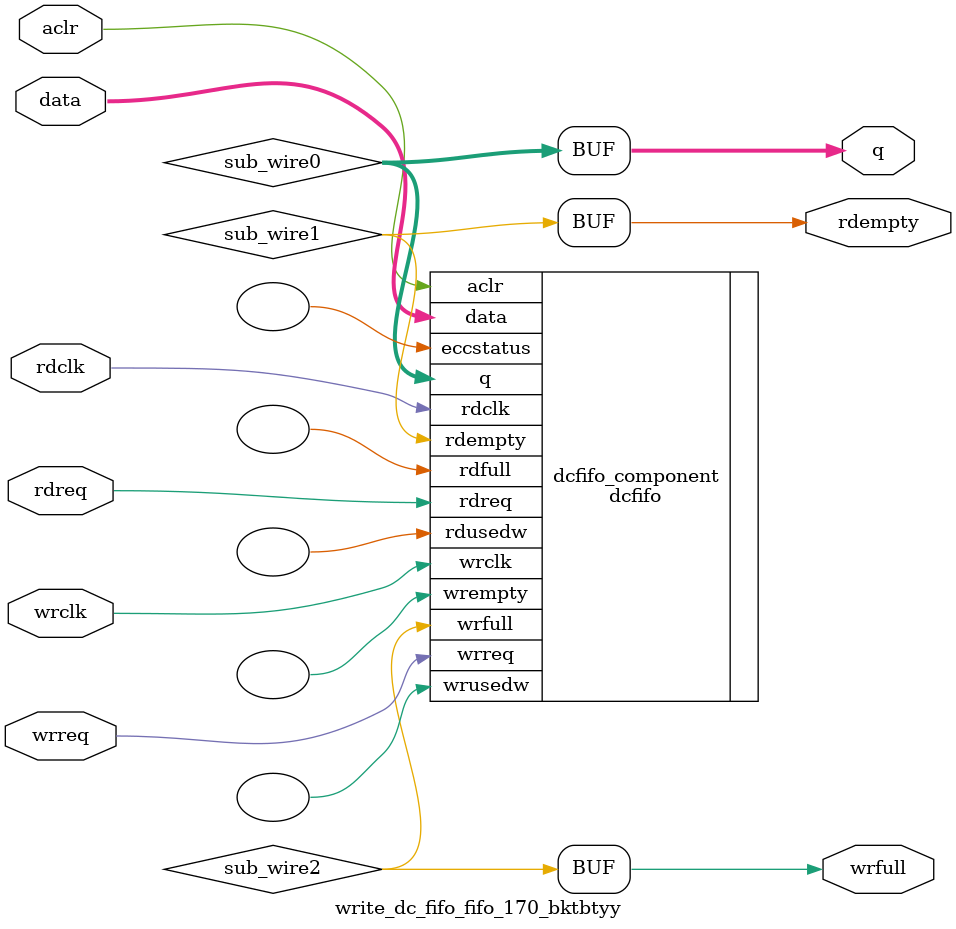
<source format=v>



`timescale 1 ps / 1 ps
// synopsys translate_on
module  write_dc_fifo_fifo_170_bktbtyy  (
    aclr,
    data,
    rdclk,
    rdreq,
    wrclk,
    wrreq,
    q,
    rdempty,
    wrfull);

    input    aclr;
    input  [108:0]  data;
    input    rdclk;
    input    rdreq;
    input    wrclk;
    input    wrreq;
    output [108:0]  q;
    output   rdempty;
    output   wrfull;
`ifndef ALTERA_RESERVED_QIS
// synopsys translate_off
`endif
    tri0     aclr;
`ifndef ALTERA_RESERVED_QIS
// synopsys translate_on
`endif

    wire [108:0] sub_wire0;
    wire  sub_wire1;
    wire  sub_wire2;
    wire [108:0] q = sub_wire0[108:0];
    wire  rdempty = sub_wire1;
    wire  wrfull = sub_wire2;

    dcfifo  dcfifo_component (
                .aclr (aclr),
                .data (data),
                .rdclk (rdclk),
                .rdreq (rdreq),
                .wrclk (wrclk),
                .wrreq (wrreq),
                .q (sub_wire0),
                .rdempty (sub_wire1),
                .wrfull (sub_wire2),
                .eccstatus (),
                .rdfull (),
                .rdusedw (),
                .wrempty (),
                .wrusedw ());
    defparam
        dcfifo_component.enable_ecc  = "FALSE",
        dcfifo_component.intended_device_family  = "Arria 10",
        dcfifo_component.lpm_hint  = "DISABLE_DCFIFO_EMBEDDED_TIMING_CONSTRAINT=TRUE",
        dcfifo_component.lpm_numwords  = 64,
        dcfifo_component.lpm_showahead  = "OFF",
        dcfifo_component.lpm_type  = "dcfifo",
        dcfifo_component.lpm_width  = 109,
        dcfifo_component.lpm_widthu  = 6,
        dcfifo_component.overflow_checking  = "ON",
        dcfifo_component.rdsync_delaypipe  = 4,
        dcfifo_component.read_aclr_synch  = "ON",
        dcfifo_component.underflow_checking  = "ON",
        dcfifo_component.use_eab  = "ON",
        dcfifo_component.write_aclr_synch  = "OFF",
        dcfifo_component.wrsync_delaypipe  = 4;


endmodule



</source>
